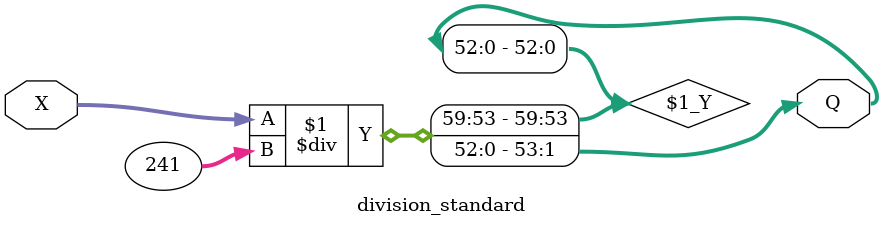
<source format=v>
module division_standard( X, Q);//, R);

input  [60:1] X;
output [53:1] Q; 
//output [8:1] R;

assign Q = X / 241;

//assign R = X % 241;

endmodule

</source>
